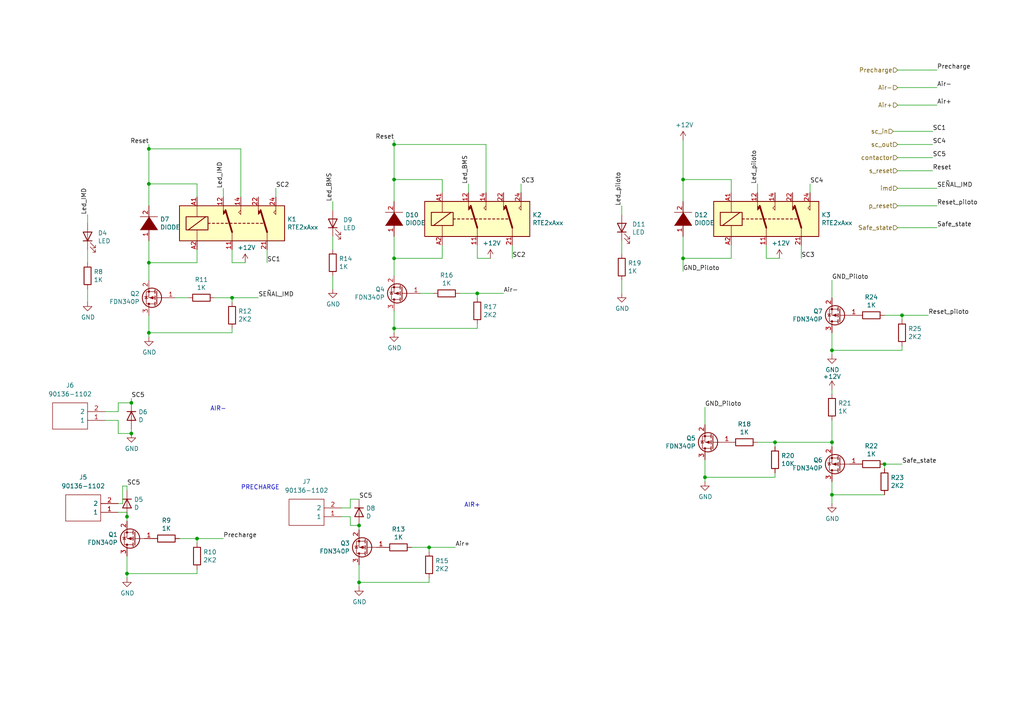
<source format=kicad_sch>
(kicad_sch (version 20211123) (generator eeschema)
  (paper "A4")
  (lib_symbols
    (symbol "Conector 2 pin C-grid:90136-1102" (pin_names (offset 0.762))
      (property "Reference" "J" (at 16.51 7.62 0))
      (property "Value" "90136-1102" (at 16.51 5.08 0))
      (symbol "90136-1102_0_0"
        (pin passive line (at 0 0 0) (length 5.08) (name "1") (number "1"))
        (pin passive line (at 0 -2.54 0) (length 5.08) (name "2") (number "2"))
      )
      (symbol "90136-1102_0_1"
        (polyline (pts (xy 5.08 2.54) (xy 15.24 2.54) (xy 15.24 -5.08) (xy 5.08 -5.08) (xy 5.08 2.54)) (stroke (width 0.1524)))
      )
    )
    (symbol "Device:D" (pin_numbers hide) (pin_names (offset 1.016) hide)
      (property "Reference" "D" (at 0 2.54 0))
      (property "Value" "D" (at 0 -2.54 0))
      (symbol "D_0_1"
        (polyline (pts (xy -1.27 1.27) (xy -1.27 -1.27)) (stroke (width 0.254)))
        (polyline (pts (xy 1.27 0) (xy -1.27 0)))
        (polyline (pts (xy 1.27 1.27) (xy 1.27 -1.27) (xy -1.27 0) (xy 1.27 1.27)) (stroke (width 0.254)))
      )
      (symbol "D_1_1"
        (pin passive line (at -3.81 0 0) (length 2.54) (name "K") (number "1"))
        (pin passive line (at 3.81 0 180) (length 2.54) (name "A") (number "2"))
      )
    )
    (symbol "Device:LED" (pin_numbers hide) (pin_names (offset 1.016) hide)
      (property "Reference" "D" (at 0 2.54 0))
      (property "Value" "LED" (at 0 -2.54 0))
      (symbol "LED_0_1"
        (polyline (pts (xy -1.27 -1.27) (xy -1.27 1.27)) (stroke (width 0.254)))
        (polyline (pts (xy -1.27 0) (xy 1.27 0)))
        (polyline (pts (xy 1.27 -1.27) (xy 1.27 1.27) (xy -1.27 0) (xy 1.27 -1.27)) (stroke (width 0.254)))
        (polyline (pts (xy -3.048 -0.762) (xy -4.572 -2.286) (xy -3.81 -2.286) (xy -4.572 -2.286) (xy -4.572 -1.524)))
        (polyline (pts (xy -1.778 -0.762) (xy -3.302 -2.286) (xy -2.54 -2.286) (xy -3.302 -2.286) (xy -3.302 -1.524)))
      )
      (symbol "LED_1_1"
        (pin passive line (at -3.81 0 0) (length 2.54) (name "K") (number "1"))
        (pin passive line (at 3.81 0 180) (length 2.54) (name "A") (number "2"))
      )
    )
    (symbol "Device:R" (pin_numbers hide) (pin_names (offset 0))
      (property "Reference" "R" (at 2.032 0 90))
      (property "Value" "R" (at 0 0 90))
      (symbol "R_0_1"
        (rectangle (start -1.016 -2.54) (end 1.016 2.54) (stroke (width 0.254)))
      )
      (symbol "R_1_1"
        (pin passive line (at 0 3.81 270) (length 1.27) (name "~") (number "1"))
        (pin passive line (at 0 -3.81 90) (length 1.27) (name "~") (number "2"))
      )
    )
    (symbol "Relay:RTE2xAxx"
      (property "Reference" "K" (at 16.51 3.81 0))
      (property "Value" "RTE2xAxx" (at 16.51 1.27 0))
      (symbol "RTE2xAxx_0_0"
        (polyline (pts (xy -7.62 1.905) (xy -12.7 -1.905)) (stroke (width 0.254)))
      )
      (symbol "RTE2xAxx_0_1"
        (rectangle (start -15.24 5.08) (end 15.24 -5.08) (stroke (width 0.254)) (fill (type background)))
        (rectangle (start -13.335 1.905) (end -6.985 -1.905) (stroke (width 0.254)))
        (polyline (pts (xy -10.16 -5.08) (xy -10.16 -1.905)))
        (polyline (pts (xy -10.16 5.08) (xy -10.16 1.905)))
        (polyline (pts (xy -6.985 0) (xy -6.35 0)) (stroke (width 0.254)))
        (polyline (pts (xy -5.715 0) (xy -5.08 0)) (stroke (width 0.254)))
        (polyline (pts (xy -4.445 0) (xy -3.81 0)) (stroke (width 0.254)))
        (polyline (pts (xy -3.175 0) (xy -2.54 0)) (stroke (width 0.254)))
        (polyline (pts (xy -1.905 0) (xy -1.27 0)) (stroke (width 0.254)))
        (polyline (pts (xy -0.635 0) (xy 0 0)) (stroke (width 0.254)))
        (polyline (pts (xy 0 -2.54) (xy -1.905 3.81)) (stroke (width 0.508)))
        (polyline (pts (xy 0 -2.54) (xy 0 -5.08)))
        (polyline (pts (xy 0.635 0) (xy 1.27 0)) (stroke (width 0.254)))
        (polyline (pts (xy 1.905 0) (xy 2.54 0)) (stroke (width 0.254)))
        (polyline (pts (xy 3.175 0) (xy 3.81 0)) (stroke (width 0.254)))
        (polyline (pts (xy 4.445 0) (xy 5.08 0)) (stroke (width 0.254)))
        (polyline (pts (xy 5.715 0) (xy 6.35 0)) (stroke (width 0.254)))
        (polyline (pts (xy 6.985 0) (xy 7.62 0)) (stroke (width 0.254)))
        (polyline (pts (xy 8.255 0) (xy 8.89 0)) (stroke (width 0.254)))
        (polyline (pts (xy 10.16 -2.54) (xy 8.255 3.81)) (stroke (width 0.508)))
        (polyline (pts (xy 10.16 -2.54) (xy 10.16 -5.08)))
        (polyline (pts (xy -2.54 5.08) (xy -2.54 2.54) (xy -1.905 3.175) (xy -2.54 3.81)) (fill (type outline)))
        (polyline (pts (xy 2.54 5.08) (xy 2.54 2.54) (xy 1.905 3.175) (xy 2.54 3.81)))
        (polyline (pts (xy 7.62 5.08) (xy 7.62 2.54) (xy 8.255 3.175) (xy 7.62 3.81)) (fill (type outline)))
        (polyline (pts (xy 12.7 5.08) (xy 12.7 2.54) (xy 12.065 3.175) (xy 12.7 3.81)))
      )
      (symbol "RTE2xAxx_1_1"
        (pin passive line (at 0 -7.62 90) (length 2.54) (name "~") (number "11"))
        (pin passive line (at -2.54 7.62 270) (length 2.54) (name "~") (number "12"))
        (pin passive line (at 2.54 7.62 270) (length 2.54) (name "~") (number "14"))
        (pin passive line (at 10.16 -7.62 90) (length 2.54) (name "~") (number "21"))
        (pin passive line (at 7.62 7.62 270) (length 2.54) (name "~") (number "22"))
        (pin passive line (at 12.7 7.62 270) (length 2.54) (name "~") (number "24"))
        (pin passive line (at -10.16 7.62 270) (length 2.54) (name "~") (number "A1"))
        (pin passive line (at -10.16 -7.62 90) (length 2.54) (name "~") (number "A2"))
      )
    )
    (symbol "Transistor_FET:FDN340P" (pin_names hide)
      (property "Reference" "Q" (at 5.08 1.905 0))
      (property "Value" "FDN340P" (at 5.08 0 0))
      (symbol "FDN340P_0_1"
        (polyline (pts (xy 0.254 0) (xy -2.54 0)))
        (polyline (pts (xy 0.254 1.905) (xy 0.254 -1.905)) (stroke (width 0.254)))
        (polyline (pts (xy 0.762 -1.27) (xy 0.762 -2.286)) (stroke (width 0.254)))
        (polyline (pts (xy 0.762 0.508) (xy 0.762 -0.508)) (stroke (width 0.254)))
        (polyline (pts (xy 0.762 2.286) (xy 0.762 1.27)) (stroke (width 0.254)))
        (polyline (pts (xy 2.54 2.54) (xy 2.54 1.778)))
        (polyline (pts (xy 2.54 -2.54) (xy 2.54 0) (xy 0.762 0)))
        (polyline (pts (xy 0.762 1.778) (xy 3.302 1.778) (xy 3.302 -1.778) (xy 0.762 -1.778)))
        (polyline (pts (xy 2.286 0) (xy 1.27 0.381) (xy 1.27 -0.381) (xy 2.286 0)) (fill (type outline)))
        (polyline (pts (xy 2.794 -0.508) (xy 2.921 -0.381) (xy 3.683 -0.381) (xy 3.81 -0.254)))
        (polyline (pts (xy 3.302 -0.381) (xy 2.921 0.254) (xy 3.683 0.254) (xy 3.302 -0.381)))
        (circle (center 1.651 0) (radius 2.794) (stroke (width 0.254)))
        (circle (center 2.54 -1.778) (radius 0.254) (fill (type outline)))
        (circle (center 2.54 1.778) (radius 0.254) (fill (type outline)))
      )
      (symbol "FDN340P_1_1"
        (pin input line (at -5.08 0 0) (length 2.54) (name "G") (number "1"))
        (pin passive line (at 2.54 -5.08 90) (length 2.54) (name "S") (number "2"))
        (pin passive line (at 2.54 5.08 270) (length 2.54) (name "D") (number "3"))
      )
    )
    (symbol "power:+12V" (power) (pin_names (offset 0))
      (property "Value" "+12V" (at 0 3.556 0))
      (symbol "+12V_0_1"
        (polyline (pts (xy -0.762 1.27) (xy 0 2.54)))
        (polyline (pts (xy 0 0) (xy 0 2.54)))
        (polyline (pts (xy 0 2.54) (xy 0.762 1.27)))
      )
      (symbol "+12V_1_1"
        (pin power_in line (at 0 0 90) (length 0) hide (name "+12V") (number "1"))
      )
    )
    (symbol "power:GND" (power) (pin_names (offset 0))
      (property "Value" "GND" (at 0 -3.81 0))
      (symbol "GND_0_1"
        (polyline (pts (xy 0 0) (xy 0 -1.27) (xy 1.27 -1.27) (xy 0 -2.54) (xy -1.27 -1.27) (xy 0 -1.27)))
      )
      (symbol "GND_1_1"
        (pin power_in line (at 0 0 270) (length 0) hide (name "GND") (number "1"))
      )
    )
    (symbol "pspice:DIODE" (pin_names (offset 1.016) hide)
      (property "Reference" "D" (at 0 3.81 0))
      (property "Value" "DIODE" (at 0 -4.445 0))
      (symbol "DIODE_0_1"
        (polyline (pts (xy 1.905 2.54) (xy 1.905 -2.54)))
        (polyline (pts (xy -1.905 2.54) (xy -1.905 -2.54) (xy 1.905 0)) (fill (type outline)))
      )
      (symbol "DIODE_1_1"
        (pin input line (at -5.08 0 0) (length 3.81) (name "K") (number "1"))
        (pin input line (at 5.08 0 180) (length 3.81) (name "A") (number "2"))
      )
    )
  )
  (junction (at 57.15 156.21))
  (junction (at 241.3 128.27))
  (junction (at 198.12 52.07))
  (junction (at 36.83 166.37))
  (junction (at 36.83 149.86))
  (junction (at 67.31 86.36))
  (junction (at 104.14 168.91))
  (junction (at 38.1 125.73))
  (junction (at 256.54 134.62))
  (junction (at 124.46 158.75))
  (junction (at 261.62 91.44))
  (junction (at 43.18 96.52))
  (junction (at 38.1 116.84))
  (junction (at 43.18 76.2))
  (junction (at 138.43 85.09))
  (junction (at 241.3 143.51))
  (junction (at 43.18 43.18))
  (junction (at 224.79 128.27))
  (junction (at 43.18 53.34))
  (junction (at 114.3 95.25))
  (junction (at 241.3 101.6))
  (junction (at 104.14 152.4))
  (junction (at 114.3 41.91))
  (junction (at 114.3 52.07))
  (junction (at 204.47 138.43))
  (junction (at 114.3 74.93))
  (junction (at 198.12 74.93))
  (wire (pts (xy 124.46 158.75) (xy 124.46 160.02)))
  (wire (pts (xy 180.34 81.28) (xy 180.34 85.09)))
  (wire (pts (xy 219.71 53.34) (xy 219.71 55.88)))
  (wire (pts (xy 25.4 64.77) (xy 25.4 62.23)))
  (wire (pts (xy 151.13 53.34) (xy 151.13 55.88)))
  (wire (pts (xy 52.07 156.21) (xy 57.15 156.21)))
  (wire (pts (xy 124.46 167.64) (xy 124.46 168.91)))
  (wire (pts (xy 256.54 135.89) (xy 256.54 134.62)))
  (wire (pts (xy 256.54 143.51) (xy 241.3 143.51)))
  (wire (pts (xy 260.35 54.61) (xy 271.78 54.61)))
  (wire (pts (xy 57.15 166.37) (xy 36.83 166.37)))
  (wire (pts (xy 232.41 71.12) (xy 232.41 74.93)))
  (wire (pts (xy 271.78 20.32) (xy 260.35 20.32)))
  (wire (pts (xy 198.12 52.07) (xy 198.12 58.42)))
  (wire (pts (xy 269.24 91.44) (xy 261.62 91.44)))
  (wire (pts (xy 204.47 138.43) (xy 204.47 139.7)))
  (wire (pts (xy 128.27 52.07) (xy 128.27 55.88)))
  (wire (pts (xy 260.35 66.04) (xy 271.78 66.04)))
  (wire (pts (xy 114.3 95.25) (xy 114.3 90.17)))
  (wire (pts (xy 104.14 168.91) (xy 104.14 170.18)))
  (wire (pts (xy 260.35 59.69) (xy 271.78 59.69)))
  (wire (pts (xy 212.09 52.07) (xy 212.09 55.88)))
  (wire (pts (xy 128.27 74.93) (xy 114.3 74.93)))
  (wire (pts (xy 67.31 95.25) (xy 67.31 96.52)))
  (wire (pts (xy 271.78 25.4) (xy 260.35 25.4)))
  (wire (pts (xy 36.83 142.24) (xy 36.83 140.97)))
  (wire (pts (xy 114.3 74.93) (xy 114.3 80.01)))
  (wire (pts (xy 69.85 43.18) (xy 69.85 57.15)))
  (wire (pts (xy 198.12 68.58) (xy 198.12 74.93)))
  (wire (pts (xy 241.3 121.92) (xy 241.3 128.27)))
  (wire (pts (xy 43.18 76.2) (xy 43.18 81.28)))
  (wire (pts (xy 64.77 156.21) (xy 57.15 156.21)))
  (wire (pts (xy 259.08 38.1) (xy 270.51 38.1)))
  (wire (pts (xy 241.3 81.28) (xy 241.3 86.36)))
  (wire (pts (xy 34.29 146.05) (xy 35.56 146.05)))
  (wire (pts (xy 241.3 139.7) (xy 241.3 143.51)))
  (wire (pts (xy 96.52 80.01) (xy 96.52 83.82)))
  (wire (pts (xy 124.46 168.91) (xy 104.14 168.91)))
  (wire (pts (xy 43.18 69.85) (xy 43.18 76.2)))
  (wire (pts (xy 67.31 86.36) (xy 67.31 87.63)))
  (wire (pts (xy 67.31 76.2) (xy 67.31 72.39)))
  (wire (pts (xy 260.35 49.53) (xy 270.51 49.53)))
  (wire (pts (xy 57.15 165.1) (xy 57.15 166.37)))
  (wire (pts (xy 114.3 40.64) (xy 114.3 41.91)))
  (wire (pts (xy 138.43 93.98) (xy 138.43 95.25)))
  (wire (pts (xy 43.18 41.91) (xy 43.18 43.18)))
  (wire (pts (xy 132.08 158.75) (xy 124.46 158.75)))
  (wire (pts (xy 50.8 86.36) (xy 54.61 86.36)))
  (wire (pts (xy 57.15 76.2) (xy 43.18 76.2)))
  (wire (pts (xy 34.29 148.59) (xy 36.83 148.59)))
  (wire (pts (xy 180.34 69.85) (xy 180.34 73.66)))
  (wire (pts (xy 104.14 152.4) (xy 104.14 153.67)))
  (wire (pts (xy 35.56 140.97) (xy 36.83 140.97)))
  (wire (pts (xy 35.56 146.05) (xy 35.56 140.97)))
  (wire (pts (xy 261.62 100.33) (xy 261.62 101.6)))
  (wire (pts (xy 62.23 86.36) (xy 67.31 86.36)))
  (wire (pts (xy 101.6 149.86) (xy 101.6 152.4)))
  (wire (pts (xy 67.31 96.52) (xy 43.18 96.52)))
  (wire (pts (xy 96.52 60.96) (xy 96.52 58.42)))
  (wire (pts (xy 36.83 148.59) (xy 36.83 149.86)))
  (wire (pts (xy 133.35 85.09) (xy 138.43 85.09)))
  (wire (pts (xy 241.3 143.51) (xy 241.3 146.05)))
  (wire (pts (xy 114.3 41.91) (xy 140.97 41.91)))
  (wire (pts (xy 222.25 74.93) (xy 222.25 71.12)))
  (wire (pts (xy 135.89 53.34) (xy 135.89 55.88)))
  (wire (pts (xy 101.6 152.4) (xy 104.14 152.4)))
  (wire (pts (xy 101.6 144.78) (xy 104.14 144.78)))
  (wire (pts (xy 256.54 91.44) (xy 261.62 91.44)))
  (wire (pts (xy 57.15 72.39) (xy 57.15 76.2)))
  (wire (pts (xy 114.3 68.58) (xy 114.3 74.93)))
  (wire (pts (xy 43.18 96.52) (xy 43.18 91.44)))
  (wire (pts (xy 114.3 96.52) (xy 114.3 95.25)))
  (wire (pts (xy 212.09 71.12) (xy 212.09 74.93)))
  (wire (pts (xy 219.71 128.27) (xy 224.79 128.27)))
  (wire (pts (xy 43.18 97.79) (xy 43.18 96.52)))
  (wire (pts (xy 241.3 96.52) (xy 241.3 101.6)))
  (wire (pts (xy 43.18 53.34) (xy 43.18 59.69)))
  (wire (pts (xy 30.48 121.92) (xy 34.29 121.92)))
  (wire (pts (xy 74.93 86.36) (xy 67.31 86.36)))
  (wire (pts (xy 121.92 85.09) (xy 125.73 85.09)))
  (wire (pts (xy 80.01 54.61) (xy 80.01 57.15)))
  (wire (pts (xy 224.79 137.16) (xy 224.79 138.43)))
  (wire (pts (xy 57.15 156.21) (xy 57.15 157.48)))
  (wire (pts (xy 36.83 161.29) (xy 36.83 166.37)))
  (wire (pts (xy 25.4 83.82) (xy 25.4 87.63)))
  (wire (pts (xy 241.3 101.6) (xy 241.3 102.87)))
  (wire (pts (xy 261.62 91.44) (xy 261.62 92.71)))
  (wire (pts (xy 226.06 74.93) (xy 222.25 74.93)))
  (wire (pts (xy 260.35 45.72) (xy 270.51 45.72)))
  (wire (pts (xy 77.47 72.39) (xy 77.47 76.2)))
  (wire (pts (xy 138.43 95.25) (xy 114.3 95.25)))
  (wire (pts (xy 261.62 134.62) (xy 256.54 134.62)))
  (wire (pts (xy 43.18 53.34) (xy 57.15 53.34)))
  (wire (pts (xy 25.4 72.39) (xy 25.4 76.2)))
  (wire (pts (xy 180.34 62.23) (xy 180.34 59.69)))
  (wire (pts (xy 36.83 149.86) (xy 36.83 151.13)))
  (wire (pts (xy 36.83 166.37) (xy 36.83 167.64)))
  (wire (pts (xy 204.47 118.11) (xy 204.47 123.19)))
  (wire (pts (xy 142.24 74.93) (xy 138.43 74.93)))
  (wire (pts (xy 34.29 119.38) (xy 34.29 116.84)))
  (wire (pts (xy 224.79 128.27) (xy 224.79 129.54)))
  (wire (pts (xy 241.3 128.27) (xy 241.3 129.54)))
  (wire (pts (xy 99.06 147.32) (xy 101.6 147.32)))
  (wire (pts (xy 204.47 133.35) (xy 204.47 138.43)))
  (wire (pts (xy 101.6 147.32) (xy 101.6 144.78)))
  (wire (pts (xy 71.12 76.2) (xy 67.31 76.2)))
  (wire (pts (xy 96.52 68.58) (xy 96.52 72.39)))
  (wire (pts (xy 261.62 101.6) (xy 241.3 101.6)))
  (wire (pts (xy 128.27 71.12) (xy 128.27 74.93)))
  (wire (pts (xy 224.79 128.27) (xy 241.3 128.27)))
  (wire (pts (xy 212.09 74.93) (xy 198.12 74.93)))
  (wire (pts (xy 114.3 52.07) (xy 114.3 58.42)))
  (wire (pts (xy 198.12 52.07) (xy 212.09 52.07)))
  (wire (pts (xy 30.48 119.38) (xy 34.29 119.38)))
  (wire (pts (xy 57.15 53.34) (xy 57.15 57.15)))
  (wire (pts (xy 38.1 116.84) (xy 38.1 115.57)))
  (wire (pts (xy 138.43 74.93) (xy 138.43 71.12)))
  (wire (pts (xy 224.79 138.43) (xy 204.47 138.43)))
  (wire (pts (xy 43.18 43.18) (xy 69.85 43.18)))
  (wire (pts (xy 38.1 124.46) (xy 38.1 125.73)))
  (wire (pts (xy 234.95 53.34) (xy 234.95 55.88)))
  (wire (pts (xy 34.29 116.84) (xy 38.1 116.84)))
  (wire (pts (xy 146.05 85.09) (xy 138.43 85.09)))
  (wire (pts (xy 64.77 54.61) (xy 64.77 57.15)))
  (wire (pts (xy 198.12 40.64) (xy 198.12 52.07)))
  (wire (pts (xy 119.38 158.75) (xy 124.46 158.75)))
  (wire (pts (xy 198.12 78.74) (xy 198.12 74.93)))
  (wire (pts (xy 114.3 41.91) (xy 114.3 52.07)))
  (wire (pts (xy 114.3 52.07) (xy 128.27 52.07)))
  (wire (pts (xy 140.97 41.91) (xy 140.97 55.88)))
  (wire (pts (xy 148.59 71.12) (xy 148.59 74.93)))
  (wire (pts (xy 34.29 125.73) (xy 38.1 125.73)))
  (wire (pts (xy 241.3 114.3) (xy 241.3 113.03)))
  (wire (pts (xy 138.43 85.09) (xy 138.43 86.36)))
  (wire (pts (xy 260.35 41.91) (xy 270.51 41.91)))
  (wire (pts (xy 99.06 149.86) (xy 101.6 149.86)))
  (wire (pts (xy 43.18 43.18) (xy 43.18 53.34)))
  (wire (pts (xy 271.78 30.48) (xy 260.35 30.48)))
  (wire (pts (xy 104.14 163.83) (xy 104.14 168.91)))
  (wire (pts (xy 34.29 121.92) (xy 34.29 125.73)))
  (text "AIR+" (at 134.62 147.32 0) (effects (font (size 1.27 1.27)) (justify left bottom)))
  (text "PRECHARGE" (at 69.85 142.24 0) (effects (font (size 1.27 1.27)) (justify left bottom)))
  (text "AIR-\n" (at 60.96 119.38 0) (effects (font (size 1.27 1.27)) (justify left bottom)))
  (label "SEÑAL_IMD" (at 74.93 86.36 0))
  (label "SC4" (at 270.51 41.91 0))
  (label "SC5" (at 104.14 144.78 0))
  (label "Led_piloto" (at 180.34 59.69 90))
  (label "Safe_state" (at 271.78 66.04 0))
  (label "SC2" (at 80.01 54.61 0))
  (label "GND_Piloto" (at 198.12 78.74 0))
  (label "Reset" (at 43.18 41.91 180))
  (label "Precharge" (at 271.78 20.32 0))
  (label "Led_IMD" (at 25.4 62.23 90))
  (label "SC3" (at 232.41 74.93 0))
  (label "Air+" (at 132.08 158.75 0))
  (label "Led_piloto" (at 219.71 53.34 90))
  (label "SC1" (at 270.51 38.1 0))
  (label "SC3" (at 151.13 53.34 0))
  (label "Air-" (at 146.05 85.09 0))
  (label "Precharge" (at 64.77 156.21 0))
  (label "Reset_piloto" (at 271.78 59.69 0))
  (label "SC5" (at 38.1 115.57 0))
  (label "Air+" (at 271.78 30.48 0))
  (label "SC4" (at 234.95 53.34 0))
  (label "Reset" (at 114.3 40.64 180))
  (label "Led_BMS" (at 96.52 58.42 90))
  (label "SC2" (at 148.59 74.93 0))
  (label "Reset" (at 270.51 49.53 0))
  (label "GND_Piloto" (at 204.47 118.11 0))
  (label "Air-" (at 271.78 25.4 0))
  (label "SC5" (at 36.83 140.97 0))
  (label "SC5" (at 270.51 45.72 0))
  (label "Led_IMD" (at 64.77 54.61 90))
  (label "GND_Piloto" (at 241.3 81.28 0))
  (label "Reset_piloto" (at 269.24 91.44 0))
  (label "SEÑAL_IMD" (at 271.78 54.61 0))
  (label "Safe_state" (at 261.62 134.62 0))
  (label "Led_BMS" (at 135.89 53.34 90))
  (label "SC1" (at 77.47 76.2 0))
  (hierarchical_label "sc_in" (shape input) (at 259.08 38.1 180))
  (hierarchical_label "Air+" (shape input) (at 260.35 30.48 180))
  (hierarchical_label "imd" (shape input) (at 260.35 54.61 180))
  (hierarchical_label "contactor" (shape input) (at 260.35 45.72 180))
  (hierarchical_label "s_reset" (shape input) (at 260.35 49.53 180))
  (hierarchical_label "Safe_state" (shape input) (at 260.35 66.04 180))
  (hierarchical_label "Precharge" (shape input) (at 260.35 20.32 180))
  (hierarchical_label "p_reset" (shape input) (at 260.35 59.69 180))
  (hierarchical_label "Air-" (shape input) (at 260.35 25.4 180))
  (hierarchical_label "sc_out" (shape input) (at 260.35 41.91 180))
  (symbol (lib_id "Relay:RTE2xAxx") (at 67.31 64.77 0) (unit 1)
    (property "Reference" "K1" (at 83.312 63.6016 0) (effects (justify left)))
    (property "Value" "RTE2xAxx" (at 83.312 65.913 0) (effects (justify left)))
    (property "Footprint" "Relay_THT:Relay_DPDT_Schrack-RT2-FormC_RM5mm" (effects hide))
    (property "Datasheet" "http://www.te.com/commerce/DocumentDelivery/DDEController?Action=showdoc&DocId=Data+Sheet%7FRT2_bistable%7F1116%7Fpdf%7FEnglish%7FENG_DS_RT2_bistable_1116.pdf%7F1-1415537-8" (effects hide))
  )
  (symbol (lib_id "pspice:DIODE") (at 43.18 64.77 90) (unit 1)
    (property "Reference" "D7" (at 46.4312 63.6016 90) (effects (justify right)))
    (property "Value" "DIODE" (at 46.4312 65.913 90) (effects (justify right)))
    (property "Footprint" "Diode_SMD:D_0805_2012Metric_Pad1.15x1.40mm_HandSolder" (effects hide))
  )
  (symbol (lib_id "Transistor_FET:FDN340P") (at 45.72 86.36 180) (unit 1)
    (property "Reference" "Q2" (at 40.513 85.1916 0) (effects (justify left)))
    (property "Value" "FDN340P" (at 40.513 87.503 0) (effects (justify left)))
    (property "Footprint" "Package_TO_SOT_SMD:SOT-23" (effects hide))
    (property "Datasheet" "https://www.onsemi.com/pub/Collateral/FDN340P-D.PDF" (effects hide))
  )
  (symbol (lib_id "power:GND") (at 43.18 97.79 0) (unit 1)
    (property "Reference" "#PWR0124" (effects hide))
    (property "Value" "GND" (at 43.307 102.1842 0))
  )
  (symbol (lib_id "Device:R") (at 58.42 86.36 270) (unit 1)
    (property "Reference" "R11" (at 58.42 81.1022 90))
    (property "Value" "1K" (at 58.42 83.4136 90))
    (property "Footprint" "Resistor_SMD:R_0805_2012Metric_Pad1.20x1.40mm_HandSolder" (effects hide))
  )
  (symbol (lib_id "Device:R") (at 67.31 91.44 180) (unit 1)
    (property "Reference" "R12" (at 69.088 90.2716 0) (effects (justify right)))
    (property "Value" "2K2" (at 69.088 92.583 0) (effects (justify right)))
    (property "Footprint" "Resistor_SMD:R_0805_2012Metric_Pad1.20x1.40mm_HandSolder" (effects hide))
  )
  (symbol (lib_id "power:+12V") (at 71.12 76.2 0) (unit 1)
    (property "Reference" "#PWR0125" (effects hide))
    (property "Value" "+12V" (at 71.501 71.8058 0))
  )
  (symbol (lib_id "Relay:RTE2xAxx") (at 138.43 63.5 0) (unit 1)
    (property "Reference" "K2" (at 154.432 62.3316 0) (effects (justify left)))
    (property "Value" "RTE2xAxx" (at 154.432 64.643 0) (effects (justify left)))
    (property "Footprint" "Relay_THT:Relay_DPDT_Schrack-RT2-FormC_RM5mm" (effects hide))
    (property "Datasheet" "http://www.te.com/commerce/DocumentDelivery/DDEController?Action=showdoc&DocId=Data+Sheet%7FRT2_bistable%7F1116%7Fpdf%7FEnglish%7FENG_DS_RT2_bistable_1116.pdf%7F1-1415537-8" (effects hide))
  )
  (symbol (lib_id "pspice:DIODE") (at 114.3 63.5 90) (unit 1)
    (property "Reference" "D10" (at 117.5512 62.3316 90) (effects (justify right)))
    (property "Value" "DIODE" (at 117.5512 64.643 90) (effects (justify right)))
    (property "Footprint" "Diode_SMD:D_0805_2012Metric_Pad1.15x1.40mm_HandSolder" (effects hide))
  )
  (symbol (lib_id "Transistor_FET:FDN340P") (at 116.84 85.09 180) (unit 1)
    (property "Reference" "Q4" (at 111.633 83.9216 0) (effects (justify left)))
    (property "Value" "FDN340P" (at 111.633 86.233 0) (effects (justify left)))
    (property "Footprint" "Package_TO_SOT_SMD:SOT-23" (effects hide))
    (property "Datasheet" "https://www.onsemi.com/pub/Collateral/FDN340P-D.PDF" (effects hide))
  )
  (symbol (lib_id "power:GND") (at 114.3 96.52 0) (unit 1)
    (property "Reference" "#PWR0126" (effects hide))
    (property "Value" "GND" (at 114.427 100.9142 0))
  )
  (symbol (lib_id "Device:R") (at 129.54 85.09 270) (unit 1)
    (property "Reference" "R16" (at 129.54 79.8322 90))
    (property "Value" "1K" (at 129.54 82.1436 90))
    (property "Footprint" "Resistor_SMD:R_0805_2012Metric_Pad1.20x1.40mm_HandSolder" (effects hide))
  )
  (symbol (lib_id "Device:R") (at 138.43 90.17 180) (unit 1)
    (property "Reference" "R17" (at 140.208 89.0016 0) (effects (justify right)))
    (property "Value" "2K2" (at 140.208 91.313 0) (effects (justify right)))
    (property "Footprint" "Resistor_SMD:R_0805_2012Metric_Pad1.20x1.40mm_HandSolder" (effects hide))
  )
  (symbol (lib_id "power:+12V") (at 142.24 74.93 0) (unit 1)
    (property "Reference" "#PWR0127" (effects hide))
    (property "Value" "+12V" (at 142.621 70.5358 0))
  )
  (symbol (lib_id "Device:LED") (at 96.52 64.77 90) (unit 1)
    (property "Reference" "D9" (at 99.5172 63.7794 90) (effects (justify right)))
    (property "Value" "LED" (at 99.5172 66.0908 90) (effects (justify right)))
    (property "Footprint" "Led5V:Led5V" (effects hide))
  )
  (symbol (lib_id "Device:R") (at 96.52 76.2 0) (unit 1)
    (property "Reference" "R14" (at 98.298 75.0316 0) (effects (justify left)))
    (property "Value" "1K" (at 98.298 77.343 0) (effects (justify left)))
    (property "Footprint" "Resistor_SMD:R_0805_2012Metric_Pad1.20x1.40mm_HandSolder" (effects hide))
  )
  (symbol (lib_id "power:GND") (at 96.52 83.82 0) (unit 1)
    (property "Reference" "#PWR0128" (effects hide))
    (property "Value" "GND" (at 96.647 88.2142 0))
  )
  (symbol (lib_id "Device:LED") (at 25.4 68.58 90) (unit 1)
    (property "Reference" "D4" (at 28.3972 67.5894 90) (effects (justify right)))
    (property "Value" "LED" (at 28.3972 69.9008 90) (effects (justify right)))
    (property "Footprint" "Led5V:Led5V" (effects hide))
  )
  (symbol (lib_id "Device:R") (at 25.4 80.01 0) (unit 1)
    (property "Reference" "R8" (at 27.178 78.8416 0) (effects (justify left)))
    (property "Value" "1K" (at 27.178 81.153 0) (effects (justify left)))
    (property "Footprint" "Resistor_SMD:R_0805_2012Metric_Pad1.20x1.40mm_HandSolder" (effects hide))
  )
  (symbol (lib_id "power:GND") (at 25.4 87.63 0) (unit 1)
    (property "Reference" "#PWR0129" (effects hide))
    (property "Value" "GND" (at 25.527 92.0242 0))
  )
  (symbol (lib_id "Relay:RTE2xAxx") (at 222.25 63.5 0) (unit 1)
    (property "Reference" "K3" (at 238.252 62.3316 0) (effects (justify left)))
    (property "Value" "RTE2xAxx" (at 238.252 64.643 0) (effects (justify left)))
    (property "Footprint" "Relay_THT:Relay_DPDT_Schrack-RT2-FormC_RM5mm" (effects hide))
    (property "Datasheet" "http://www.te.com/commerce/DocumentDelivery/DDEController?Action=showdoc&DocId=Data+Sheet%7FRT2_bistable%7F1116%7Fpdf%7FEnglish%7FENG_DS_RT2_bistable_1116.pdf%7F1-1415537-8" (effects hide))
  )
  (symbol (lib_id "pspice:DIODE") (at 198.12 63.5 90) (unit 1)
    (property "Reference" "D12" (at 201.3712 62.3316 90) (effects (justify right)))
    (property "Value" "DIODE" (at 201.3712 64.643 90) (effects (justify right)))
    (property "Footprint" "Diode_SMD:D_0805_2012Metric_Pad1.15x1.40mm_HandSolder" (effects hide))
  )
  (symbol (lib_id "Transistor_FET:FDN340P") (at 207.01 128.27 180) (unit 1)
    (property "Reference" "Q5" (at 201.803 127.1016 0) (effects (justify left)))
    (property "Value" "FDN340P" (at 201.803 129.413 0) (effects (justify left)))
    (property "Footprint" "Package_TO_SOT_SMD:SOT-23" (effects hide))
    (property "Datasheet" "https://www.onsemi.com/pub/Collateral/FDN340P-D.PDF" (effects hide))
  )
  (symbol (lib_id "power:GND") (at 204.47 139.7 0) (unit 1)
    (property "Reference" "#PWR0130" (effects hide))
    (property "Value" "GND" (at 204.597 144.0942 0))
  )
  (symbol (lib_id "Device:R") (at 215.9 128.27 270) (unit 1)
    (property "Reference" "R18" (at 215.9 123.0122 90))
    (property "Value" "1K" (at 215.9 125.3236 90))
    (property "Footprint" "Resistor_SMD:R_0805_2012Metric_Pad1.20x1.40mm_HandSolder" (effects hide))
  )
  (symbol (lib_id "Device:R") (at 224.79 133.35 180) (unit 1)
    (property "Reference" "R20" (at 226.568 132.1816 0) (effects (justify right)))
    (property "Value" "10K" (at 226.568 134.493 0) (effects (justify right)))
    (property "Footprint" "Resistor_SMD:R_0805_2012Metric_Pad1.20x1.40mm_HandSolder" (effects hide))
  )
  (symbol (lib_id "power:+12V") (at 226.06 74.93 0) (unit 1)
    (property "Reference" "#PWR0131" (effects hide))
    (property "Value" "+12V" (at 226.441 70.5358 0))
  )
  (symbol (lib_id "Device:LED") (at 180.34 66.04 90) (unit 1)
    (property "Reference" "D11" (at 183.3372 65.0494 90) (effects (justify right)))
    (property "Value" "LED" (at 183.3372 67.3608 90) (effects (justify right)))
    (property "Footprint" "Led5V:Led5V" (effects hide))
  )
  (symbol (lib_id "Device:R") (at 180.34 77.47 0) (unit 1)
    (property "Reference" "R19" (at 182.118 76.3016 0) (effects (justify left)))
    (property "Value" "1K" (at 182.118 78.613 0) (effects (justify left)))
    (property "Footprint" "Resistor_SMD:R_0805_2012Metric_Pad1.20x1.40mm_HandSolder" (effects hide))
  )
  (symbol (lib_id "power:GND") (at 180.34 85.09 0) (unit 1)
    (property "Reference" "#PWR0132" (effects hide))
    (property "Value" "GND" (at 180.467 89.4842 0))
  )
  (symbol (lib_id "power:+12V") (at 198.12 40.64 0) (unit 1)
    (property "Reference" "#PWR0133" (effects hide))
    (property "Value" "+12V" (at 198.501 36.2458 0))
  )
  (symbol (lib_id "Transistor_FET:FDN340P") (at 243.84 91.44 180) (unit 1)
    (property "Reference" "Q7" (at 238.633 90.2716 0) (effects (justify left)))
    (property "Value" "FDN340P" (at 238.633 92.583 0) (effects (justify left)))
    (property "Footprint" "Package_TO_SOT_SMD:SOT-23" (effects hide))
    (property "Datasheet" "https://www.onsemi.com/pub/Collateral/FDN340P-D.PDF" (effects hide))
  )
  (symbol (lib_id "power:GND") (at 241.3 102.87 0) (unit 1)
    (property "Reference" "#PWR0134" (effects hide))
    (property "Value" "GND" (at 241.427 107.2642 0))
  )
  (symbol (lib_id "Device:R") (at 252.73 91.44 90) (mirror x) (unit 1)
    (property "Reference" "R24" (at 252.73 86.1822 90))
    (property "Value" "1K" (at 252.73 88.4936 90))
    (property "Footprint" "Resistor_SMD:R_0805_2012Metric_Pad1.20x1.40mm_HandSolder" (effects hide))
  )
  (symbol (lib_id "Device:R") (at 261.62 96.52 180) (unit 1)
    (property "Reference" "R25" (at 263.398 95.3516 0) (effects (justify right)))
    (property "Value" "2K2" (at 263.398 97.663 0) (effects (justify right)))
    (property "Footprint" "Resistor_SMD:R_0805_2012Metric_Pad1.20x1.40mm_HandSolder" (effects hide))
  )
  (symbol (lib_id "power:GND") (at 38.1 125.73 0) (unit 1)
    (property "Reference" "#PWR0135" (effects hide))
    (property "Value" "GND" (at 38.227 130.1242 0))
  )
  (symbol (lib_id "Device:D") (at 38.1 120.65 270) (unit 1)
    (property "Reference" "D6" (at 40.132 119.4816 90) (effects (justify left)))
    (property "Value" "D" (at 40.132 121.793 90) (effects (justify left)))
    (property "Footprint" "Diode_SMD:D_0805_2012Metric_Pad1.15x1.40mm_HandSolder" (effects hide))
  )
  (symbol (lib_id "Device:D") (at 36.83 146.05 270) (unit 1)
    (property "Reference" "D5" (at 38.862 144.8816 90) (effects (justify left)))
    (property "Value" "D" (at 38.862 147.193 90) (effects (justify left)))
    (property "Footprint" "Diode_SMD:D_0805_2012Metric_Pad1.15x1.40mm_HandSolder" (effects hide))
  )
  (symbol (lib_id "Transistor_FET:FDN340P") (at 39.37 156.21 180) (unit 1)
    (property "Reference" "Q1" (at 34.163 155.0416 0) (effects (justify left)))
    (property "Value" "FDN340P" (at 34.163 157.353 0) (effects (justify left)))
    (property "Footprint" "Package_TO_SOT_SMD:SOT-23" (effects hide))
    (property "Datasheet" "https://www.onsemi.com/pub/Collateral/FDN340P-D.PDF" (effects hide))
  )
  (symbol (lib_id "power:GND") (at 36.83 167.64 0) (unit 1)
    (property "Reference" "#PWR0136" (effects hide))
    (property "Value" "GND" (at 36.957 172.0342 0))
  )
  (symbol (lib_id "Device:R") (at 48.26 156.21 270) (unit 1)
    (property "Reference" "R9" (at 48.26 150.9522 90))
    (property "Value" "1K" (at 48.26 153.2636 90))
    (property "Footprint" "Resistor_SMD:R_0805_2012Metric_Pad1.20x1.40mm_HandSolder" (effects hide))
  )
  (symbol (lib_id "Device:R") (at 57.15 161.29 180) (unit 1)
    (property "Reference" "R10" (at 58.928 160.1216 0) (effects (justify right)))
    (property "Value" "2K2" (at 58.928 162.433 0) (effects (justify right)))
    (property "Footprint" "Resistor_SMD:R_0805_2012Metric_Pad1.20x1.40mm_HandSolder" (effects hide))
  )
  (symbol (lib_id "Device:D") (at 104.14 148.59 270) (unit 1)
    (property "Reference" "D8" (at 106.172 147.4216 90) (effects (justify left)))
    (property "Value" "D" (at 106.172 149.733 90) (effects (justify left)))
    (property "Footprint" "Diode_SMD:D_0805_2012Metric_Pad1.15x1.40mm_HandSolder" (effects hide))
  )
  (symbol (lib_id "Transistor_FET:FDN340P") (at 106.68 158.75 180) (unit 1)
    (property "Reference" "Q3" (at 101.473 157.5816 0) (effects (justify left)))
    (property "Value" "FDN340P" (at 101.473 159.893 0) (effects (justify left)))
    (property "Footprint" "Package_TO_SOT_SMD:SOT-23" (effects hide))
    (property "Datasheet" "https://www.onsemi.com/pub/Collateral/FDN340P-D.PDF" (effects hide))
  )
  (symbol (lib_id "power:GND") (at 104.14 170.18 0) (unit 1)
    (property "Reference" "#PWR0137" (effects hide))
    (property "Value" "GND" (at 104.267 174.5742 0))
  )
  (symbol (lib_id "Device:R") (at 115.57 158.75 270) (unit 1)
    (property "Reference" "R13" (at 115.57 153.4922 90))
    (property "Value" "1K" (at 115.57 155.8036 90))
    (property "Footprint" "Resistor_SMD:R_0805_2012Metric_Pad1.20x1.40mm_HandSolder" (effects hide))
  )
  (symbol (lib_id "Device:R") (at 124.46 163.83 180) (unit 1)
    (property "Reference" "R15" (at 126.238 162.6616 0) (effects (justify right)))
    (property "Value" "2K2" (at 126.238 164.973 0) (effects (justify right)))
    (property "Footprint" "Resistor_SMD:R_0805_2012Metric_Pad1.20x1.40mm_HandSolder" (effects hide))
  )
  (symbol (lib_id "Transistor_FET:FDN340P") (at 243.84 134.62 180) (unit 1)
    (property "Reference" "Q6" (at 238.633 133.4516 0) (effects (justify left)))
    (property "Value" "FDN340P" (at 238.633 135.763 0) (effects (justify left)))
    (property "Footprint" "Package_TO_SOT_SMD:SOT-23" (effects hide))
    (property "Datasheet" "https://www.onsemi.com/pub/Collateral/FDN340P-D.PDF" (effects hide))
  )
  (symbol (lib_id "Device:R") (at 252.73 134.62 270) (unit 1)
    (property "Reference" "R22" (at 252.73 129.3622 90))
    (property "Value" "1K" (at 252.73 131.6736 90))
    (property "Footprint" "Resistor_SMD:R_0805_2012Metric_Pad1.20x1.40mm_HandSolder" (effects hide))
  )
  (symbol (lib_id "Device:R") (at 256.54 139.7 180) (unit 1)
    (property "Reference" "R23" (at 258.318 138.5316 0) (effects (justify right)))
    (property "Value" "2K2" (at 258.318 140.843 0) (effects (justify right)))
    (property "Footprint" "Resistor_SMD:R_0805_2012Metric_Pad1.20x1.40mm_HandSolder" (effects hide))
  )
  (symbol (lib_id "power:GND") (at 241.3 146.05 0) (unit 1)
    (property "Reference" "#PWR0138" (effects hide))
    (property "Value" "GND" (at 241.427 150.4442 0))
  )
  (symbol (lib_id "Device:R") (at 241.3 118.11 180) (unit 1)
    (property "Reference" "R21" (at 243.078 116.9416 0) (effects (justify right)))
    (property "Value" "1K" (at 243.078 119.253 0) (effects (justify right)))
    (property "Footprint" "Resistor_SMD:R_0805_2012Metric_Pad1.20x1.40mm_HandSolder" (effects hide))
  )
  (symbol (lib_id "power:+12V") (at 241.3 113.03 0) (unit 1)
    (property "Reference" "#PWR0139" (effects hide))
    (property "Value" "+12V" (at 241.3 109.22 0))
  )
  (symbol (lib_id "Conector 2 pin C-grid:90136-1102") (at 34.29 148.59 180) (unit 1)
    (property "Reference" "J5" (at 24.13 138.43 0))
    (property "Value" "90136-1102" (at 24.13 140.97 0))
    (property "Footprint" "Conector 2 pin C-grid:SHDR2W65P0X254_1X2_843X721X1110P" (effects hide))
    (property "Description" "Header 2.54mm, single row, vertical, 2w Molex C-GRID III Series, Series Number 90136, 2.54mm Pitch 2 Way 1 Row Straight PCB Header, Solder Termination, 3A" (effects hide))
    (property "Height" "11.1" (effects hide))
    (property "Mouser Part Number" "538-90136-1102" (effects hide))
    (property "Mouser Price/Stock" "https://www.mouser.co.uk/ProductDetail/Molex/90136-1102?qs=kEwmkoUtv7SiXyA4aT%252Bklw%3D%3D" (effects hide))
    (property "Manufacturer_Name" "Molex" (effects hide))
    (property "Manufacturer_Part_Number" "90136-1102" (effects hide))
  )
  (symbol (lib_id "Conector 2 pin C-grid:90136-1102") (at 99.06 149.86 180) (unit 1)
    (property "Reference" "J7" (at 88.9 139.7 0))
    (property "Value" "90136-1102" (at 88.9 142.24 0))
    (property "Footprint" "Conector 2 pin C-grid:SHDR2W65P0X254_1X2_843X721X1110P" (effects hide))
    (property "Description" "Header 2.54mm, single row, vertical, 2w Molex C-GRID III Series, Series Number 90136, 2.54mm Pitch 2 Way 1 Row Straight PCB Header, Solder Termination, 3A" (effects hide))
    (property "Height" "11.1" (effects hide))
    (property "Mouser Part Number" "538-90136-1102" (effects hide))
    (property "Mouser Price/Stock" "https://www.mouser.co.uk/ProductDetail/Molex/90136-1102?qs=kEwmkoUtv7SiXyA4aT%252Bklw%3D%3D" (effects hide))
    (property "Manufacturer_Name" "Molex" (effects hide))
    (property "Manufacturer_Part_Number" "90136-1102" (effects hide))
  )
  (symbol (lib_id "Conector 2 pin C-grid:90136-1102") (at 30.48 121.92 180) (unit 1)
    (property "Reference" "J6" (at 20.32 111.76 0))
    (property "Value" "90136-1102" (at 20.32 114.3 0))
    (property "Footprint" "Conector 2 pin C-grid:SHDR2W65P0X254_1X2_843X721X1110P" (effects hide))
    (property "Description" "Header 2.54mm, single row, vertical, 2w Molex C-GRID III Series, Series Number 90136, 2.54mm Pitch 2 Way 1 Row Straight PCB Header, Solder Termination, 3A" (effects hide))
    (property "Height" "11.1" (effects hide))
    (property "Mouser Part Number" "538-90136-1102" (effects hide))
    (property "Mouser Price/Stock" "https://www.mouser.co.uk/ProductDetail/Molex/90136-1102?qs=kEwmkoUtv7SiXyA4aT%252Bklw%3D%3D" (effects hide))
    (property "Manufacturer_Name" "Molex" (effects hide))
    (property "Manufacturer_Part_Number" "90136-1102" (effects hide))
  )
)
</source>
